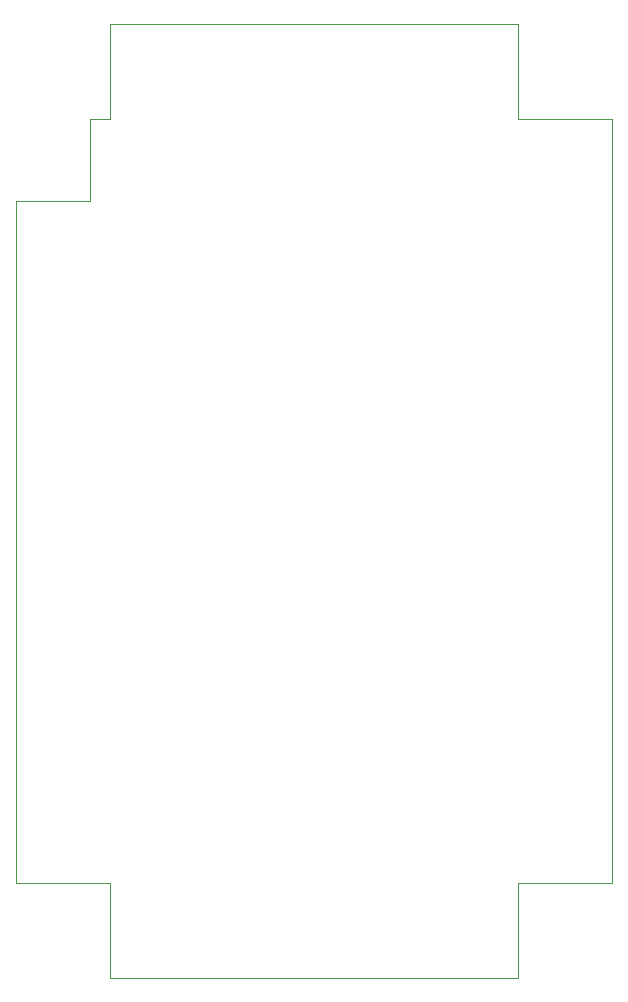
<source format=gm1>
%TF.GenerationSoftware,KiCad,Pcbnew,(5.1.9)-1*%
%TF.CreationDate,2021-03-02T21:55:12+01:00*%
%TF.ProjectId,clip,636c6970-2e6b-4696-9361-645f70636258,rev?*%
%TF.SameCoordinates,Original*%
%TF.FileFunction,Profile,NP*%
%FSLAX46Y46*%
G04 Gerber Fmt 4.6, Leading zero omitted, Abs format (unit mm)*
G04 Created by KiCad (PCBNEW (5.1.9)-1) date 2021-03-02 21:55:12*
%MOMM*%
%LPD*%
G01*
G04 APERTURE LIST*
%TA.AperFunction,Profile*%
%ADD10C,0.100000*%
%TD*%
G04 APERTURE END LIST*
D10*
X130730000Y-58970000D02*
X130730000Y-65890000D01*
X124420000Y-65890000D02*
X130730000Y-65890000D01*
X124440000Y-123660000D02*
X124420000Y-65890000D01*
X132450000Y-123690000D02*
X124440000Y-123660000D01*
X132420000Y-131660000D02*
X132450000Y-123690000D01*
X166940000Y-131660000D02*
X132420000Y-131660000D01*
X166930000Y-123660000D02*
X166940000Y-131660000D01*
X174940000Y-123660000D02*
X166930000Y-123660000D01*
X174950000Y-58940000D02*
X174940000Y-123660000D01*
X166970000Y-58970000D02*
X174950000Y-58940000D01*
X166950000Y-50960000D02*
X166970000Y-58970000D01*
X132430000Y-50960000D02*
X166950000Y-50960000D01*
X132450000Y-58970000D02*
X132430000Y-50960000D01*
X130730000Y-58970000D02*
X132450000Y-58970000D01*
M02*

</source>
